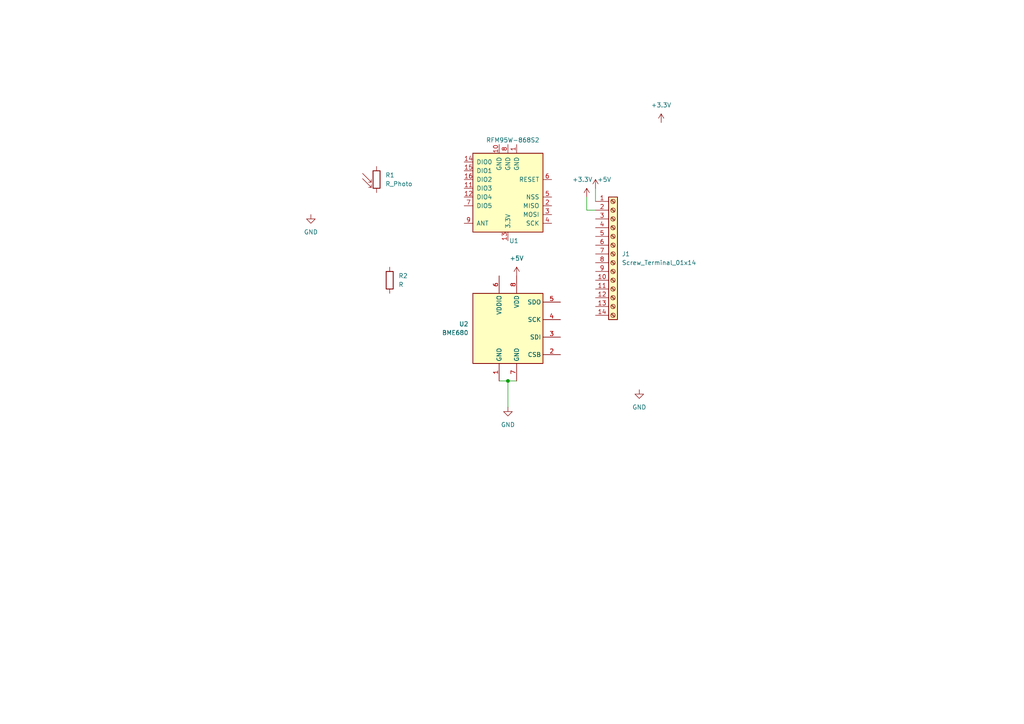
<source format=kicad_sch>
(kicad_sch (version 20230121) (generator eeschema)
  (paper "A4")
  (lib_symbols
    (symbol "Connector:Screw_Terminal_01x14" (pin_names (offset 1.016) hide)
      (property "Reference" "J" (at 0 17.78 0))
      (property "Value" "Screw_Terminal_01x14" (at 0 -20.32 0))
      (symbol "Screw_Terminal_01x14_1_1"
        (rectangle (start -1.27 16.51) (end 1.27 -19.05) (stroke (width 0.254)) (fill (type background)))
        (circle (center 0 -17.78) (radius 0.635) (stroke (width 0.1524)))
        (circle (center 0 -15.24) (radius 0.635) (stroke (width 0.1524)))
        (circle (center 0 -12.7) (radius 0.635) (stroke (width 0.1524)))
        (circle (center 0 -10.16) (radius 0.635) (stroke (width 0.1524)))
        (circle (center 0 -7.62) (radius 0.635) (stroke (width 0.1524)))
        (circle (center 0 -5.08) (radius 0.635) (stroke (width 0.1524)))
        (circle (center 0 -2.54) (radius 0.635) (stroke (width 0.1524)))
        (polyline (pts (xy -0.5334 -17.4498) (xy 0.3302 -18.288)) (stroke (width 0.1524)))
        (polyline (pts (xy -0.5334 -14.9098) (xy 0.3302 -15.748)) (stroke (width 0.1524)))
        (polyline (pts (xy -0.5334 -12.3698) (xy 0.3302 -13.208)) (stroke (width 0.1524)))
        (polyline (pts (xy -0.5334 -9.8298) (xy 0.3302 -10.668)) (stroke (width 0.1524)))
        (polyline (pts (xy -0.5334 -7.2898) (xy 0.3302 -8.128)) (stroke (width 0.1524)))
        (polyline (pts (xy -0.5334 -4.7498) (xy 0.3302 -5.588)) (stroke (width 0.1524)))
        (polyline (pts (xy -0.5334 -2.2098) (xy 0.3302 -3.048)) (stroke (width 0.1524)))
        (polyline (pts (xy -0.5334 0.3302) (xy 0.3302 -0.508)) (stroke (width 0.1524)))
        (polyline (pts (xy -0.5334 2.8702) (xy 0.3302 2.032)) (stroke (width 0.1524)))
        (polyline (pts (xy -0.5334 5.4102) (xy 0.3302 4.572)) (stroke (width 0.1524)))
        (polyline (pts (xy -0.5334 7.9502) (xy 0.3302 7.112)) (stroke (width 0.1524)))
        (polyline (pts (xy -0.5334 10.4902) (xy 0.3302 9.652)) (stroke (width 0.1524)))
        (polyline (pts (xy -0.5334 13.0302) (xy 0.3302 12.192)) (stroke (width 0.1524)))
        (polyline (pts (xy -0.5334 15.5702) (xy 0.3302 14.732)) (stroke (width 0.1524)))
        (polyline (pts (xy -0.3556 -17.272) (xy 0.508 -18.1102)) (stroke (width 0.1524)))
        (polyline (pts (xy -0.3556 -14.732) (xy 0.508 -15.5702)) (stroke (width 0.1524)))
        (polyline (pts (xy -0.3556 -12.192) (xy 0.508 -13.0302)) (stroke (width 0.1524)))
        (polyline (pts (xy -0.3556 -9.652) (xy 0.508 -10.4902)) (stroke (width 0.1524)))
        (polyline (pts (xy -0.3556 -7.112) (xy 0.508 -7.9502)) (stroke (width 0.1524)))
        (polyline (pts (xy -0.3556 -4.572) (xy 0.508 -5.4102)) (stroke (width 0.1524)))
        (polyline (pts (xy -0.3556 -2.032) (xy 0.508 -2.8702)) (stroke (width 0.1524)))
        (polyline (pts (xy -0.3556 0.508) (xy 0.508 -0.3302)) (stroke (width 0.1524)))
        (polyline (pts (xy -0.3556 3.048) (xy 0.508 2.2098)) (stroke (width 0.1524)))
        (polyline (pts (xy -0.3556 5.588) (xy 0.508 4.7498)) (stroke (width 0.1524)))
        (polyline (pts (xy -0.3556 8.128) (xy 0.508 7.2898)) (stroke (width 0.1524)))
        (polyline (pts (xy -0.3556 10.668) (xy 0.508 9.8298)) (stroke (width 0.1524)))
        (polyline (pts (xy -0.3556 13.208) (xy 0.508 12.3698)) (stroke (width 0.1524)))
        (polyline (pts (xy -0.3556 15.748) (xy 0.508 14.9098)) (stroke (width 0.1524)))
        (circle (center 0 0) (radius 0.635) (stroke (width 0.1524)))
        (circle (center 0 2.54) (radius 0.635) (stroke (width 0.1524)))
        (circle (center 0 5.08) (radius 0.635) (stroke (width 0.1524)))
        (circle (center 0 7.62) (radius 0.635) (stroke (width 0.1524)))
        (circle (center 0 10.16) (radius 0.635) (stroke (width 0.1524)))
        (circle (center 0 12.7) (radius 0.635) (stroke (width 0.1524)))
        (circle (center 0 15.24) (radius 0.635) (stroke (width 0.1524)))
        (pin passive line (at -5.08 15.24 0) (length 3.81) (name "Pin_1") (number "1"))
        (pin passive line (at -5.08 -7.62 0) (length 3.81) (name "Pin_10") (number "10"))
        (pin passive line (at -5.08 -10.16 0) (length 3.81) (name "Pin_11") (number "11"))
        (pin passive line (at -5.08 -12.7 0) (length 3.81) (name "Pin_12") (number "12"))
        (pin passive line (at -5.08 -15.24 0) (length 3.81) (name "Pin_13") (number "13"))
        (pin passive line (at -5.08 -17.78 0) (length 3.81) (name "Pin_14") (number "14"))
        (pin passive line (at -5.08 12.7 0) (length 3.81) (name "Pin_2") (number "2"))
        (pin passive line (at -5.08 10.16 0) (length 3.81) (name "Pin_3") (number "3"))
        (pin passive line (at -5.08 7.62 0) (length 3.81) (name "Pin_4") (number "4"))
        (pin passive line (at -5.08 5.08 0) (length 3.81) (name "Pin_5") (number "5"))
        (pin passive line (at -5.08 2.54 0) (length 3.81) (name "Pin_6") (number "6"))
        (pin passive line (at -5.08 0 0) (length 3.81) (name "Pin_7") (number "7"))
        (pin passive line (at -5.08 -2.54 0) (length 3.81) (name "Pin_8") (number "8"))
        (pin passive line (at -5.08 -5.08 0) (length 3.81) (name "Pin_9") (number "9"))
      )
    )
    (symbol "Device:R" (pin_numbers hide) (pin_names (offset 0))
      (property "Reference" "R" (at 2.032 0 90))
      (property "Value" "R" (at 0 0 90))
      (symbol "R_0_1"
        (rectangle (start -1.016 -2.54) (end 1.016 2.54) (stroke (width 0.254)))
      )
      (symbol "R_1_1"
        (pin passive line (at 0 3.81 270) (length 1.27) (name "~") (number "1"))
        (pin passive line (at 0 -3.81 90) (length 1.27) (name "~") (number "2"))
      )
    )
    (symbol "Device:R_Photo" (pin_numbers hide) (pin_names (offset 0))
      (property "Reference" "R" (at 1.27 1.27 0))
      (property "Value" "R_Photo" (at 1.27 0 0))
      (symbol "R_Photo_0_1"
        (rectangle (start -1.016 2.54) (end 1.016 -2.54) (stroke (width 0.254)))
        (polyline (pts (xy -1.524 -2.286) (xy -4.064 0.254)))
        (polyline (pts (xy -1.524 -2.286) (xy -2.286 -2.286)))
        (polyline (pts (xy -1.524 -2.286) (xy -1.524 -1.524)))
        (polyline (pts (xy -1.524 -0.762) (xy -4.064 1.778)))
        (polyline (pts (xy -1.524 -0.762) (xy -2.286 -0.762)))
        (polyline (pts (xy -1.524 -0.762) (xy -1.524 0)))
      )
      (symbol "R_Photo_1_1"
        (pin passive line (at 0 3.81 270) (length 1.27) (name "~") (number "1"))
        (pin passive line (at 0 -3.81 90) (length 1.27) (name "~") (number "2"))
      )
    )
    (symbol "RF_Module:RFM95W-868S2" (pin_names (offset 1.016))
      (property "Reference" "U" (at -10.414 11.684 0))
      (property "Value" "RFM95W-868S2" (at 1.524 11.43 0))
      (symbol "RFM95W-868S2_0_1"
        (rectangle (start -10.16 10.16) (end 10.16 -12.7) (stroke (width 0.254)) (fill (type background)))
      )
      (symbol "RFM95W-868S2_1_1"
        (pin power_in line (at -2.54 -15.24 90) (length 2.54) (name "GND") (number "1"))
        (pin power_in line (at 2.54 -15.24 90) (length 2.54) (name "GND") (number "10"))
        (pin bidirectional line (at 12.7 -2.54 180) (length 2.54) (name "DIO3") (number "11"))
        (pin bidirectional line (at 12.7 0 180) (length 2.54) (name "DIO4") (number "12"))
        (pin power_in line (at 0 12.7 270) (length 2.54) (name "3.3V") (number "13"))
        (pin bidirectional line (at 12.7 -10.16 180) (length 2.54) (name "DIO0") (number "14"))
        (pin bidirectional line (at 12.7 -7.62 180) (length 2.54) (name "DIO1") (number "15"))
        (pin bidirectional line (at 12.7 -5.08 180) (length 2.54) (name "DIO2") (number "16"))
        (pin output line (at -12.7 2.54 0) (length 2.54) (name "MISO") (number "2"))
        (pin input line (at -12.7 5.08 0) (length 2.54) (name "MOSI") (number "3"))
        (pin input line (at -12.7 7.62 0) (length 2.54) (name "SCK") (number "4"))
        (pin input line (at -12.7 0 0) (length 2.54) (name "NSS") (number "5"))
        (pin bidirectional line (at -12.7 -5.08 0) (length 2.54) (name "RESET") (number "6"))
        (pin bidirectional line (at 12.7 2.54 180) (length 2.54) (name "DIO5") (number "7"))
        (pin power_in line (at 0 -15.24 90) (length 2.54) (name "GND") (number "8"))
        (pin bidirectional line (at 12.7 7.62 180) (length 2.54) (name "ANT") (number "9"))
      )
    )
    (symbol "Sensor:BME680"
      (property "Reference" "U" (at -8.89 11.43 0))
      (property "Value" "BME680" (at 7.62 11.43 0))
      (symbol "BME680_0_1"
        (rectangle (start -10.16 10.16) (end 10.16 -10.16) (stroke (width 0.254)) (fill (type background)))
      )
      (symbol "BME680_1_1"
        (pin power_in line (at -2.54 -15.24 90) (length 5.08) (name "GND") (number "1"))
        (pin input line (at 15.24 -7.62 180) (length 5.08) (name "CSB") (number "2"))
        (pin bidirectional line (at 15.24 -2.54 180) (length 5.08) (name "SDI") (number "3"))
        (pin input line (at 15.24 2.54 180) (length 5.08) (name "SCK") (number "4"))
        (pin bidirectional line (at 15.24 7.62 180) (length 5.08) (name "SDO") (number "5"))
        (pin power_in line (at -2.54 15.24 270) (length 5.08) (name "VDDIO") (number "6"))
        (pin power_in line (at 2.54 -15.24 90) (length 5.08) (name "GND") (number "7"))
        (pin power_in line (at 2.54 15.24 270) (length 5.08) (name "VDD") (number "8"))
      )
    )
    (symbol "power:+3.3V" (power) (pin_names (offset 0))
      (property "Value" "+3.3V" (at 0 3.556 0))
      (symbol "+3.3V_0_1"
        (polyline (pts (xy -0.762 1.27) (xy 0 2.54)))
        (polyline (pts (xy 0 0) (xy 0 2.54)))
        (polyline (pts (xy 0 2.54) (xy 0.762 1.27)))
      )
      (symbol "+3.3V_1_1"
        (pin power_in line (at 0 0 90) (length 0) hide (name "+3.3V") (number "1"))
      )
    )
    (symbol "power:+5V" (power) (pin_names (offset 0))
      (property "Value" "+5V" (at 0 3.556 0))
      (symbol "+5V_0_1"
        (polyline (pts (xy -0.762 1.27) (xy 0 2.54)))
        (polyline (pts (xy 0 0) (xy 0 2.54)))
        (polyline (pts (xy 0 2.54) (xy 0.762 1.27)))
      )
      (symbol "+5V_1_1"
        (pin power_in line (at 0 0 90) (length 0) hide (name "+5V") (number "1"))
      )
    )
    (symbol "power:GND" (power) (pin_names (offset 0))
      (property "Value" "GND" (at 0 -3.81 0))
      (symbol "GND_0_1"
        (polyline (pts (xy 0 0) (xy 0 -1.27) (xy 1.27 -1.27) (xy 0 -2.54) (xy -1.27 -1.27) (xy 0 -1.27)))
      )
      (symbol "GND_1_1"
        (pin power_in line (at 0 0 270) (length 0) hide (name "GND") (number "1"))
      )
    )
  )
  (junction (at 147.32 110.49))
  (wire (pts (xy 172.72 54.61) (xy 172.72 58.42)))
  (wire (pts (xy 147.32 110.49) (xy 147.32 118.11)))
  (wire (pts (xy 147.32 110.49) (xy 149.86 110.49)))
  (wire (pts (xy 172.72 60.96) (xy 170.18 60.96)))
  (wire (pts (xy 170.18 57.15) (xy 170.18 60.96)))
  (wire (pts (xy 144.78 110.49) (xy 147.32 110.49)))
  (symbol (lib_id "power:GND") (at 185.42 113.03 0) (unit 1)
    (property "Reference" "#PWR03" (effects hide))
    (property "Value" "GND" (at 185.42 118.11 0))
  )
  (symbol (lib_id "power:+3.3V") (at 170.18 57.15 0) (unit 1)
    (property "Reference" "#PWR04" (effects hide))
    (property "Value" "+3.3V" (at 168.91 52.07 0))
  )
  (symbol (lib_id "Connector:Screw_Terminal_01x14") (at 177.8 73.66 0) (unit 1)
    (property "Reference" "J1" (at 180.34 73.66 0) (effects (justify left)))
    (property "Value" "Screw_Terminal_01x14" (at 180.34 76.2 0) (effects (justify left)))
  )
  (symbol (lib_id "power:GND") (at 90.17 62.23 0) (unit 1)
    (property "Reference" "#PWR02" (effects hide))
    (property "Value" "GND" (at 90.17 67.31 0))
  )
  (symbol (lib_id "Sensor:BME680") (at 147.32 95.25 0) (unit 1)
    (property "Reference" "U2" (at 135.89 93.98 0) (effects (justify right)))
    (property "Value" "BME680" (at 135.89 96.52 0) (effects (justify right)))
    (property "Footprint" "Package_LGA:Bosch_LGA-8_3x3mm_P0.8mm_ClockwisePinNumbering" (effects hide))
    (property "Datasheet" "https://ae-bst.resource.bosch.com/media/_tech/media/datasheets/BST-BME680-DS001.pdf" (effects hide))
  )
  (symbol (lib_id "power:+5V") (at 149.86 80.01 0) (unit 1)
    (property "Reference" "#PWR07" (effects hide))
    (property "Value" "+5V" (at 149.86 74.93 0))
  )
  (symbol (lib_id "Device:R_Photo") (at 109.22 52.07 0) (unit 1)
    (property "Reference" "R1" (at 111.76 50.8 0) (effects (justify left)))
    (property "Value" "R_Photo" (at 111.76 53.34 0) (effects (justify left)))
  )
  (symbol (lib_id "power:GND") (at 147.32 118.11 0) (unit 1)
    (property "Reference" "#PWR01" (effects hide))
    (property "Value" "GND" (at 147.32 123.19 0))
  )
  (symbol (lib_id "Device:R") (at 113.03 81.28 0) (unit 1)
    (property "Reference" "R2" (at 115.57 80.01 0) (effects (justify left)))
    (property "Value" "R" (at 115.57 82.55 0) (effects (justify left)))
  )
  (symbol (lib_id "power:+3.3V") (at 191.77 35.56 0) (unit 1)
    (property "Reference" "#PWR05" (effects hide))
    (property "Value" "+3.3V" (at 191.77 30.48 0))
  )
  (symbol (lib_id "RF_Module:RFM95W-868S2") (at 147.32 57.15 180) (unit 1)
    (property "Reference" "U1" (at 147.6659 69.85 0) (effects (justify right)))
    (property "Value" "RFM95W-868S2" (at 140.97 40.64 0) (effects (justify right)))
    (property "Datasheet" "https://www.hoperf.com/data/upload/portal/20181127/5bfcbea20e9ef.pdf" (effects hide))
  )
  (symbol (lib_id "power:+5V") (at 172.72 54.61 0) (unit 1)
    (property "Reference" "#PWR06" (effects hide))
    (property "Value" "+5V" (at 175.26 52.07 0))
  )
)
</source>
